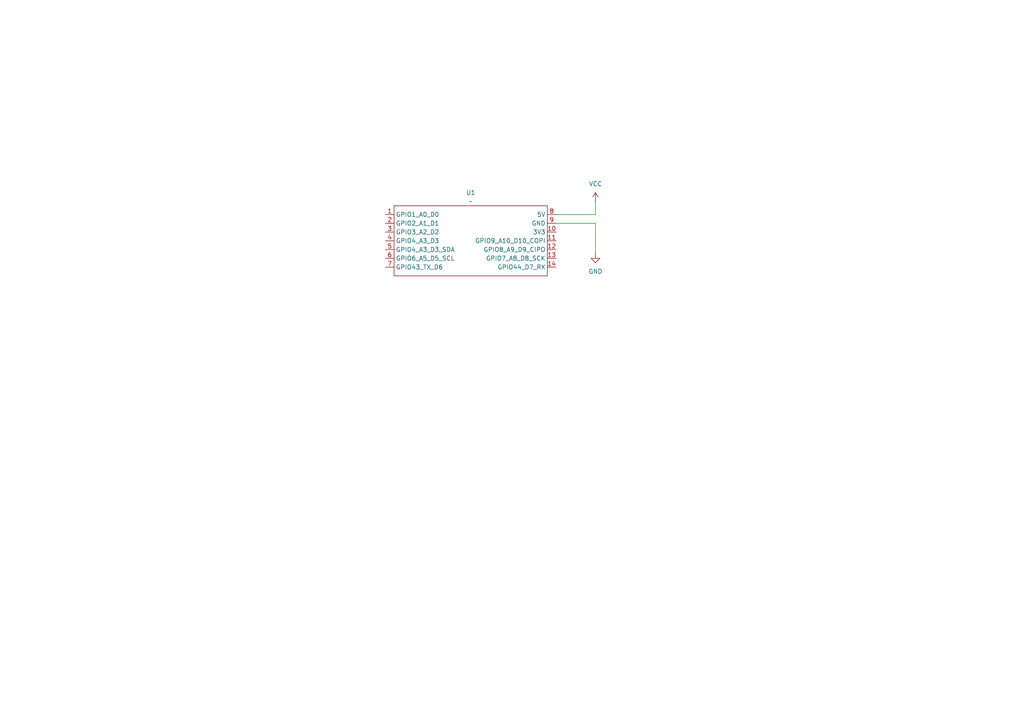
<source format=kicad_sch>
(kicad_sch (version 20231120) (generator "eeschema") (generator_version "8.0")
  (paper "A4")
  (lib_symbols
    (symbol "power:GND" (power) (pin_numbers hide) (pin_names (offset 0) hide)
      (property "Value" "GND" (at 0 -3.81 0))
      (symbol "GND_0_1"
        (polyline (pts (xy 0 0) (xy 0 -1.27) (xy 1.27 -1.27) (xy 0 -2.54) (xy -1.27 -1.27) (xy 0 -1.27)))
      )
      (symbol "GND_1_1"
        (pin power_in line (at 0 0 270) (length 0) (name "~") (number "1"))
      )
    )
    (symbol "power:VCC" (power) (pin_numbers hide) (pin_names (offset 0) hide)
      (property "Value" "VCC" (at 0 3.556 0))
      (symbol "VCC_0_1"
        (polyline (pts (xy -0.762 1.27) (xy 0 2.54)))
        (polyline (pts (xy 0 0) (xy 0 2.54)))
        (polyline (pts (xy 0 2.54) (xy 0.762 1.27)))
      )
      (symbol "VCC_1_1"
        (pin power_in line (at 0 0 90) (length 0) (name "~") (number "1"))
      )
    )
    (symbol "xiao_demo:XIAO_ESP32_SENSE"
      (property "Reference" "U" (at 0 0 0))
      (symbol "XIAO_ESP32_SENSE_0_1"
        (polyline (pts (xy -20.32 8.89) (xy -20.32 -11.43) (xy 24.13 -11.43) (xy 24.13 8.89) (xy -20.32 8.89)))
      )
      (symbol "XIAO_ESP32_SENSE_1_1"
        (pin bidirectional line (at -22.86 6.35 0) (length 2.54) (name "GPIO1_A0_D0") (number "1"))
        (pin bidirectional line (at 26.67 1.27 180) (length 2.54) (name "3V3") (number "10"))
        (pin bidirectional line (at 26.67 -1.27 180) (length 2.54) (name "GPIO9_A10_D10_COPI") (number "11"))
        (pin bidirectional line (at 26.67 -3.81 180) (length 2.54) (name "GPIO8_A9_D9_CIPO") (number "12"))
        (pin bidirectional line (at 26.67 -6.35 180) (length 2.54) (name "GPIO7_A8_D8_SCK") (number "13"))
        (pin bidirectional line (at 26.67 -8.89 180) (length 2.54) (name "GPIO44_D7_RX") (number "14"))
        (pin bidirectional line (at -22.86 3.81 0) (length 2.54) (name "GPIO2_A1_D1") (number "2"))
        (pin bidirectional line (at -22.86 1.27 0) (length 2.54) (name "GPIO3_A2_D2") (number "3"))
        (pin bidirectional line (at -22.86 -1.27 0) (length 2.54) (name "GPIO4_A3_D3") (number "4"))
        (pin bidirectional line (at -22.86 -3.81 0) (length 2.54) (name "GPIO4_A3_D3_SDA") (number "5"))
        (pin bidirectional line (at -22.86 -6.35 0) (length 2.54) (name "GPIO6_A5_D5_SCL") (number "6"))
        (pin bidirectional line (at -22.86 -8.89 0) (length 2.54) (name "GPIO43_TX_D6") (number "7"))
        (pin bidirectional line (at 26.67 6.35 180) (length 2.54) (name "5V") (number "8"))
        (pin bidirectional line (at 26.67 3.81 180) (length 2.54) (name "GND") (number "9"))
      )
    )
  )
  (wire (pts (xy 172.72 73.66) (xy 172.72 64.77)))
  (wire (pts (xy 172.72 62.23) (xy 172.72 58.42)))
  (wire (pts (xy 161.29 62.23) (xy 172.72 62.23)))
  (wire (pts (xy 172.72 64.77) (xy 161.29 64.77)))
  (symbol (lib_id "power:VCC") (at 172.72 58.42 0) (unit 1)
    (property "Reference" "#PWR01" (effects (hide yes)))
    (property "Value" "VCC" (at 172.72 53.34 0))
    (property "Description" "Power symbol creates a global label with name \"VCC\"" (effects (hide yes)))
  )
  (symbol (lib_id "power:GND") (at 172.72 73.66 0) (unit 1)
    (property "Reference" "#PWR02" (effects (hide yes)))
    (property "Value" "GND" (at 172.72 78.74 0))
    (property "Description" "Power symbol creates a global label with name \"GND\" , ground" (effects (hide yes)))
  )
  (symbol (lib_id "xiao_demo:XIAO_ESP32_SENSE") (at 134.62 68.58 0) (unit 1)
    (property "Reference" "U1" (at 136.525 55.88 0))
    (property "Value" "~" (at 136.525 58.42 0))
  )
)
</source>
